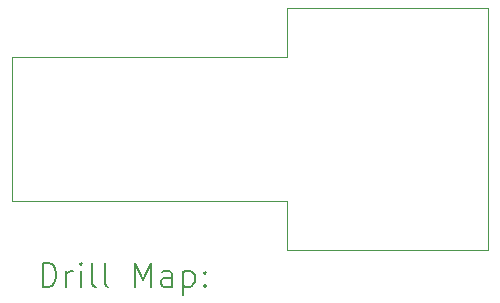
<source format=gbr>
%TF.GenerationSoftware,KiCad,Pcbnew,9.0.1*%
%TF.CreationDate,2025-11-17T22:13:45+05:30*%
%TF.ProjectId,Project_1,50726f6a-6563-4745-9f31-2e6b69636164,rev?*%
%TF.SameCoordinates,Original*%
%TF.FileFunction,Drillmap*%
%TF.FilePolarity,Positive*%
%FSLAX45Y45*%
G04 Gerber Fmt 4.5, Leading zero omitted, Abs format (unit mm)*
G04 Created by KiCad (PCBNEW 9.0.1) date 2025-11-17 22:13:45*
%MOMM*%
%LPD*%
G01*
G04 APERTURE LIST*
%ADD10C,0.050000*%
%ADD11C,0.200000*%
G04 APERTURE END LIST*
D10*
X11445000Y-7110000D02*
X13770000Y-7110000D01*
X13770000Y-8745000D02*
X15475000Y-8745000D01*
X11445000Y-7110000D02*
X11445000Y-8330000D01*
X13770000Y-8330000D02*
X13770000Y-8745000D01*
X11445000Y-8330000D02*
X13770000Y-8330000D01*
X13770000Y-6695000D02*
X15475000Y-6695000D01*
X13770000Y-7110000D02*
X13770000Y-6695000D01*
X15475000Y-6695000D02*
X15475000Y-8745000D01*
D11*
X11703277Y-9058984D02*
X11703277Y-8858984D01*
X11703277Y-8858984D02*
X11750896Y-8858984D01*
X11750896Y-8858984D02*
X11779467Y-8868508D01*
X11779467Y-8868508D02*
X11798515Y-8887555D01*
X11798515Y-8887555D02*
X11808039Y-8906603D01*
X11808039Y-8906603D02*
X11817562Y-8944698D01*
X11817562Y-8944698D02*
X11817562Y-8973270D01*
X11817562Y-8973270D02*
X11808039Y-9011365D01*
X11808039Y-9011365D02*
X11798515Y-9030412D01*
X11798515Y-9030412D02*
X11779467Y-9049460D01*
X11779467Y-9049460D02*
X11750896Y-9058984D01*
X11750896Y-9058984D02*
X11703277Y-9058984D01*
X11903277Y-9058984D02*
X11903277Y-8925650D01*
X11903277Y-8963746D02*
X11912801Y-8944698D01*
X11912801Y-8944698D02*
X11922324Y-8935174D01*
X11922324Y-8935174D02*
X11941372Y-8925650D01*
X11941372Y-8925650D02*
X11960420Y-8925650D01*
X12027086Y-9058984D02*
X12027086Y-8925650D01*
X12027086Y-8858984D02*
X12017562Y-8868508D01*
X12017562Y-8868508D02*
X12027086Y-8878031D01*
X12027086Y-8878031D02*
X12036610Y-8868508D01*
X12036610Y-8868508D02*
X12027086Y-8858984D01*
X12027086Y-8858984D02*
X12027086Y-8878031D01*
X12150896Y-9058984D02*
X12131848Y-9049460D01*
X12131848Y-9049460D02*
X12122324Y-9030412D01*
X12122324Y-9030412D02*
X12122324Y-8858984D01*
X12255658Y-9058984D02*
X12236610Y-9049460D01*
X12236610Y-9049460D02*
X12227086Y-9030412D01*
X12227086Y-9030412D02*
X12227086Y-8858984D01*
X12484229Y-9058984D02*
X12484229Y-8858984D01*
X12484229Y-8858984D02*
X12550896Y-9001841D01*
X12550896Y-9001841D02*
X12617562Y-8858984D01*
X12617562Y-8858984D02*
X12617562Y-9058984D01*
X12798515Y-9058984D02*
X12798515Y-8954222D01*
X12798515Y-8954222D02*
X12788991Y-8935174D01*
X12788991Y-8935174D02*
X12769943Y-8925650D01*
X12769943Y-8925650D02*
X12731848Y-8925650D01*
X12731848Y-8925650D02*
X12712801Y-8935174D01*
X12798515Y-9049460D02*
X12779467Y-9058984D01*
X12779467Y-9058984D02*
X12731848Y-9058984D01*
X12731848Y-9058984D02*
X12712801Y-9049460D01*
X12712801Y-9049460D02*
X12703277Y-9030412D01*
X12703277Y-9030412D02*
X12703277Y-9011365D01*
X12703277Y-9011365D02*
X12712801Y-8992317D01*
X12712801Y-8992317D02*
X12731848Y-8982793D01*
X12731848Y-8982793D02*
X12779467Y-8982793D01*
X12779467Y-8982793D02*
X12798515Y-8973270D01*
X12893753Y-8925650D02*
X12893753Y-9125650D01*
X12893753Y-8935174D02*
X12912801Y-8925650D01*
X12912801Y-8925650D02*
X12950896Y-8925650D01*
X12950896Y-8925650D02*
X12969943Y-8935174D01*
X12969943Y-8935174D02*
X12979467Y-8944698D01*
X12979467Y-8944698D02*
X12988991Y-8963746D01*
X12988991Y-8963746D02*
X12988991Y-9020889D01*
X12988991Y-9020889D02*
X12979467Y-9039936D01*
X12979467Y-9039936D02*
X12969943Y-9049460D01*
X12969943Y-9049460D02*
X12950896Y-9058984D01*
X12950896Y-9058984D02*
X12912801Y-9058984D01*
X12912801Y-9058984D02*
X12893753Y-9049460D01*
X13074705Y-9039936D02*
X13084229Y-9049460D01*
X13084229Y-9049460D02*
X13074705Y-9058984D01*
X13074705Y-9058984D02*
X13065182Y-9049460D01*
X13065182Y-9049460D02*
X13074705Y-9039936D01*
X13074705Y-9039936D02*
X13074705Y-9058984D01*
X13074705Y-8935174D02*
X13084229Y-8944698D01*
X13084229Y-8944698D02*
X13074705Y-8954222D01*
X13074705Y-8954222D02*
X13065182Y-8944698D01*
X13065182Y-8944698D02*
X13074705Y-8935174D01*
X13074705Y-8935174D02*
X13074705Y-8954222D01*
M02*

</source>
